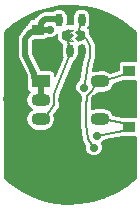
<source format=gtl>
G04 #@! TF.GenerationSoftware,KiCad,Pcbnew,(5.0.0-rc2-dev-596-gcfd2f1d00)*
G04 #@! TF.CreationDate,2018-11-17T14:23:37+02:00*
G04 #@! TF.ProjectId,WS2813_module,5753323831335F6D6F64756C652E6B69,rev?*
G04 #@! TF.SameCoordinates,Original*
G04 #@! TF.FileFunction,Copper,L1,Top,Signal*
G04 #@! TF.FilePolarity,Positive*
%FSLAX45Y45*%
G04 Gerber Fmt 4.5, Leading zero omitted, Abs format (unit mm)*
G04 Created by KiCad (PCBNEW (5.0.0-rc2-dev-596-gcfd2f1d00)) date 11/17/18 14:23:37*
%MOMM*%
%LPD*%
G01*
G04 APERTURE LIST*
%ADD10C,0.100000*%
%ADD11O,1.600000X1.100000*%
%ADD12R,1.600000X1.100000*%
%ADD13C,2.000000*%
%ADD14R,1.000000X0.900000*%
%ADD15R,0.635000X1.100000*%
%ADD16O,0.635000X1.100000*%
%ADD17C,0.600000*%
%ADD18C,0.150000*%
%ADD19C,0.700000*%
%ADD20C,0.500000*%
%ADD21C,0.200000*%
G04 APERTURE END LIST*
D10*
X9995000Y-4470000D02*
X9995000Y-4435000D01*
X9995000Y-4435000D02*
X10010000Y-4450000D01*
X10010000Y-4450000D02*
X10000000Y-4460000D01*
X10000000Y-4460000D02*
X10000000Y-4450000D01*
X10010000Y-4495000D02*
X9995000Y-4495000D01*
X9995000Y-4495000D02*
X9995000Y-4485000D01*
X9995000Y-4485000D02*
X10000000Y-4490000D01*
X10060000Y-4490000D02*
X10050000Y-4475000D01*
X10050000Y-4475000D02*
X10060000Y-4465000D01*
X10060000Y-4465000D02*
X10060000Y-4480000D01*
X10060000Y-4435000D02*
X10050000Y-4425000D01*
X10050000Y-4425000D02*
X10060000Y-4415000D01*
X10060000Y-4415000D02*
X10060000Y-4425000D01*
X9995000Y-4405000D02*
X10005000Y-4405000D01*
X10005000Y-4405000D02*
X9995000Y-4415000D01*
X10020000Y-4400000D02*
X9990000Y-4400000D01*
X9990000Y-4400000D02*
X9990000Y-4500000D01*
X9990000Y-4500000D02*
X10020000Y-4500000D01*
X10065000Y-4400000D02*
X10040000Y-4425000D01*
X10040000Y-4425000D02*
X10065000Y-4450000D01*
X10065000Y-4450000D02*
X10040000Y-4475000D01*
X10040000Y-4475000D02*
X10065000Y-4500000D01*
X10065000Y-4500000D02*
X10065000Y-4400000D01*
X10020000Y-4450000D02*
X9995000Y-4475000D01*
X9995000Y-4475000D02*
X10020000Y-4500000D01*
X10020000Y-4450000D02*
X9995000Y-4425000D01*
X9995000Y-4425000D02*
X10020000Y-4400000D01*
D11*
X9750000Y-5160000D03*
X10250000Y-4840000D03*
X10250000Y-5160000D03*
D12*
X9750000Y-4840000D03*
D11*
X9750000Y-5000000D03*
X10250000Y-5000000D03*
D13*
X10000000Y-5000000D03*
D14*
X9725000Y-4400000D03*
X9725000Y-4550000D03*
D15*
X9905000Y-4580000D03*
D16*
X10000000Y-4580000D03*
X10095000Y-4580000D03*
X10095000Y-4320000D03*
X9905000Y-4320000D03*
D17*
X9960000Y-4450000D03*
D18*
G36*
X9990000Y-4505000D02*
X9930000Y-4480000D01*
X9930000Y-4420000D01*
X9990000Y-4395000D01*
X9990000Y-4505000D01*
X9990000Y-4505000D01*
G37*
D17*
X10095000Y-4450000D03*
D18*
G36*
X10065000Y-4395000D02*
X10125000Y-4420000D01*
X10125000Y-4480000D01*
X10065000Y-4505000D01*
X10065000Y-4395000D01*
X10065000Y-4395000D01*
G37*
D14*
X10500000Y-5075000D03*
X10500000Y-5225000D03*
X10500000Y-4750000D03*
X10500000Y-4900000D03*
D19*
X9467700Y-4991400D03*
X10050000Y-5225000D03*
X9824480Y-5287760D03*
X9500000Y-5675000D03*
X9725000Y-5800000D03*
X10000000Y-5850000D03*
X10275000Y-5800000D03*
X10525000Y-5650000D03*
X10225000Y-4725000D03*
X10375000Y-4325000D03*
X10000000Y-4225000D03*
X9852510Y-4727990D03*
X10524000Y-4988690D03*
X9625000Y-4325000D03*
X9825000Y-4400000D03*
X10225000Y-5300000D03*
X10200000Y-5400000D03*
X10117700Y-4890920D03*
D20*
X9725000Y-5800000D02*
X10000000Y-5850000D01*
X10524000Y-4988690D02*
X10524000Y-4945000D01*
X10524000Y-4945000D02*
X10524000Y-4920000D01*
X10524000Y-4920000D02*
X10500000Y-4900000D01*
X10524000Y-4988690D02*
X10524000Y-5030000D01*
X10524000Y-5030000D02*
X10524000Y-5055000D01*
X10524000Y-5055000D02*
X10500000Y-5075000D01*
X9905000Y-4580000D02*
X9898250Y-4565000D01*
X9898250Y-4565000D02*
X9873250Y-4565000D01*
X9873250Y-4565000D02*
X9775000Y-4565000D01*
X9775000Y-4565000D02*
X9750000Y-4565000D01*
X9750000Y-4565000D02*
X9725000Y-4550000D01*
X9852510Y-4727990D02*
X9750000Y-4605360D01*
X9750000Y-4605360D02*
X9750000Y-4595000D01*
X9750000Y-4595000D02*
X9750000Y-4570000D01*
X9750000Y-4570000D02*
X9725000Y-4550000D01*
X10250000Y-5000000D02*
X10275000Y-5000000D01*
X10275000Y-5000000D02*
X10439640Y-5055000D01*
X10439640Y-5055000D02*
X10450000Y-5055000D01*
X10450000Y-5055000D02*
X10475000Y-5055000D01*
X10475000Y-5055000D02*
X10500000Y-5075000D01*
X9824480Y-5287760D02*
X9500000Y-5675000D01*
X10000000Y-5000000D02*
X9885010Y-5205570D01*
X9885010Y-5205570D02*
X9824480Y-5287760D01*
X10000000Y-5000000D02*
X10027690Y-4853640D01*
X10027690Y-4853640D02*
X10086760Y-4639190D01*
X10086760Y-4639190D02*
X10095000Y-4603250D01*
X10095000Y-4603250D02*
X10095000Y-4580000D01*
X10225000Y-4725000D02*
X10375000Y-4325000D01*
X10275000Y-5800000D02*
X10525000Y-5650000D01*
X9725000Y-4400000D02*
X9700000Y-4420000D01*
X9700000Y-4420000D02*
X9675000Y-4420000D01*
X9675000Y-4420000D02*
X9664640Y-4420000D01*
X9664640Y-4420000D02*
X9650000Y-4434640D01*
X9650000Y-4434640D02*
X9619990Y-4482210D01*
X9619990Y-4482210D02*
X9619990Y-4572210D01*
X9619990Y-4572210D02*
X9619990Y-4617790D01*
X9619990Y-4617790D02*
X9695000Y-4774640D01*
X9695000Y-4774640D02*
X9695000Y-4785000D01*
X9695000Y-4785000D02*
X9695000Y-4810000D01*
X9695000Y-4810000D02*
X9750000Y-4840000D01*
X9750000Y-5000000D02*
X9750000Y-4895000D01*
X9750000Y-4895000D02*
X9750000Y-4870000D01*
X9750000Y-4870000D02*
X9750000Y-4840000D01*
X9725000Y-4400000D02*
X9750000Y-4380000D01*
X9750000Y-4380000D02*
X9750000Y-4355000D01*
X9750000Y-4355000D02*
X9750000Y-4344640D01*
X9750000Y-4344640D02*
X9764640Y-4330000D01*
X9764640Y-4330000D02*
X9787720Y-4309990D01*
X9787720Y-4309990D02*
X9905000Y-4309990D01*
X9905000Y-4309990D02*
X9905000Y-4320000D01*
X9725000Y-4400000D02*
X9750000Y-4400000D01*
X9750000Y-4400000D02*
X9775000Y-4400000D01*
X9775000Y-4400000D02*
X9825000Y-4400000D01*
D21*
X10250000Y-5160000D02*
X10275000Y-5160000D01*
X10275000Y-5160000D02*
X10445860Y-5190000D01*
X10445860Y-5190000D02*
X10450000Y-5190000D01*
X10450000Y-5190000D02*
X10460000Y-5190000D01*
X10460000Y-5190000D02*
X10500000Y-5225000D01*
X10500000Y-5225000D02*
X10460000Y-5260000D01*
X10460000Y-5260000D02*
X10450000Y-5260000D01*
X10450000Y-5260000D02*
X10445860Y-5260000D01*
X10445860Y-5260000D02*
X10225000Y-5300000D01*
X10250000Y-4840000D02*
X10275000Y-4840000D01*
X10275000Y-4840000D02*
X10445860Y-4785000D01*
X10445860Y-4785000D02*
X10450000Y-4785000D01*
X10450000Y-4785000D02*
X10460000Y-4785000D01*
X10460000Y-4785000D02*
X10500000Y-4750000D01*
X10250000Y-4840000D02*
X10225000Y-4840000D01*
X10225000Y-4840000D02*
X10184130Y-4918440D01*
X10184130Y-4918440D02*
X10138570Y-4964200D01*
X10138570Y-4964200D02*
X10135000Y-5054410D01*
X10135000Y-5054410D02*
X10129990Y-5120650D01*
X10129990Y-5120650D02*
X10129990Y-5199350D01*
X10129990Y-5199350D02*
X10149990Y-5331070D01*
X10149990Y-5331070D02*
X10200000Y-5400000D01*
X10095000Y-4450000D02*
X10115000Y-4470000D01*
X10115000Y-4470000D02*
X10125000Y-4470000D01*
X10125000Y-4470000D02*
X10129140Y-4470000D01*
X10129140Y-4470000D02*
X10135000Y-4475860D01*
X10135000Y-4475860D02*
X10166760Y-4542040D01*
X10166760Y-4542040D02*
X10166760Y-4573530D01*
X10166760Y-4573530D02*
X10166760Y-4632970D01*
X10166760Y-4632970D02*
X10149990Y-4693930D01*
X10149990Y-4693930D02*
X10129990Y-4800650D01*
X10129990Y-4800650D02*
X10117700Y-4890920D01*
X10095000Y-4450000D02*
X10070390Y-4408080D01*
X10070390Y-4408080D02*
X10074240Y-4398850D01*
X10074240Y-4398850D02*
X10095000Y-4343250D01*
X10095000Y-4343250D02*
X10095000Y-4320000D01*
X10000000Y-4580000D02*
X10000000Y-4556750D01*
X10000000Y-4556750D02*
X9980760Y-4508830D01*
X9980760Y-4508830D02*
X9980760Y-4501150D01*
X9980760Y-4501150D02*
X9984610Y-4491920D01*
X9984610Y-4491920D02*
X9960000Y-4450000D01*
X10000000Y-4580000D02*
X10000000Y-4603250D01*
X10000000Y-4603250D02*
X9865000Y-4945590D01*
X9865000Y-4945590D02*
X9865000Y-5037280D01*
X9865000Y-5037280D02*
X9775000Y-5160000D01*
X9775000Y-5160000D02*
X9750000Y-5160000D01*
G36*
X10133568Y-4210298D02*
X10239508Y-4235732D01*
X10341014Y-4275308D01*
X10436211Y-4328294D01*
X10523935Y-4394159D01*
X10552500Y-4420703D01*
X10552500Y-4664714D01*
X10550000Y-4664216D01*
X10450000Y-4664216D01*
X10434393Y-4667321D01*
X10421162Y-4676162D01*
X10412321Y-4689393D01*
X10409216Y-4705000D01*
X10409216Y-4744269D01*
X10337347Y-4767404D01*
X10312067Y-4750512D01*
X10284356Y-4745000D01*
X10215644Y-4745000D01*
X10190347Y-4750032D01*
X10198751Y-4705186D01*
X10212825Y-4654027D01*
X10213859Y-4652479D01*
X10215447Y-4644493D01*
X10216275Y-4641484D01*
X10216406Y-4639675D01*
X10216760Y-4637894D01*
X10216760Y-4634772D01*
X10217347Y-4626653D01*
X10216760Y-4624886D01*
X10216760Y-4545585D01*
X10217663Y-4539251D01*
X10215532Y-4530944D01*
X10213859Y-4522531D01*
X10210304Y-4517210D01*
X10182808Y-4459916D01*
X10182099Y-4456351D01*
X10178544Y-4451031D01*
X10177947Y-4449788D01*
X10175813Y-4446943D01*
X10173837Y-4443987D01*
X10172862Y-4443012D01*
X10169022Y-4437894D01*
X10167037Y-4436720D01*
X10165784Y-4434843D01*
X10165784Y-4420000D01*
X10162712Y-4404472D01*
X10153899Y-4391222D01*
X10150682Y-4389063D01*
X10162587Y-4371245D01*
X10166750Y-4350317D01*
X10166750Y-4289684D01*
X10162587Y-4268755D01*
X10146729Y-4245021D01*
X10122995Y-4229163D01*
X10095000Y-4223594D01*
X10067005Y-4229163D01*
X10043271Y-4245021D01*
X10027413Y-4268755D01*
X10023250Y-4289684D01*
X10023250Y-4350317D01*
X10024171Y-4354948D01*
X10020000Y-4354119D01*
X10015568Y-4355000D01*
X9994432Y-4355000D01*
X9990000Y-4354118D01*
X9976255Y-4356852D01*
X9975417Y-4357019D01*
X9976750Y-4350317D01*
X9976750Y-4289684D01*
X9972587Y-4268755D01*
X9956729Y-4245021D01*
X9932995Y-4229163D01*
X9905000Y-4223594D01*
X9877005Y-4229163D01*
X9853318Y-4244990D01*
X9796465Y-4244990D01*
X9792430Y-4243884D01*
X9783646Y-4244990D01*
X9781318Y-4244990D01*
X9777307Y-4245788D01*
X9766774Y-4247114D01*
X9764700Y-4248296D01*
X9762358Y-4248761D01*
X9753531Y-4254660D01*
X9749978Y-4256684D01*
X9748220Y-4258208D01*
X9740858Y-4263128D01*
X9738533Y-4266607D01*
X9725139Y-4278219D01*
X9723205Y-4279511D01*
X9720314Y-4282403D01*
X9717224Y-4285082D01*
X9715797Y-4286920D01*
X9708565Y-4294151D01*
X9703138Y-4297778D01*
X9692154Y-4314216D01*
X9675000Y-4314216D01*
X9659393Y-4317321D01*
X9646162Y-4326162D01*
X9637321Y-4339393D01*
X9634216Y-4355000D01*
X9634216Y-4362154D01*
X9617778Y-4373138D01*
X9614151Y-4378565D01*
X9612555Y-4380161D01*
X9611747Y-4380521D01*
X9603435Y-4389281D01*
X9599511Y-4393205D01*
X9599034Y-4393920D01*
X9598441Y-4394544D01*
X9595478Y-4399241D01*
X9588772Y-4409278D01*
X9588599Y-4410146D01*
X9565471Y-4446807D01*
X9558761Y-4456848D01*
X9557320Y-4464094D01*
X9554673Y-4470991D01*
X9554990Y-4483061D01*
X9554990Y-4565808D01*
X9554990Y-4565808D01*
X9554990Y-4613136D01*
X9553811Y-4621326D01*
X9556577Y-4632172D01*
X9558761Y-4643152D01*
X9563359Y-4650032D01*
X9629216Y-4787744D01*
X9629216Y-4802583D01*
X9629103Y-4802946D01*
X9629216Y-4804204D01*
X9629216Y-4895000D01*
X9632321Y-4910607D01*
X9641162Y-4923838D01*
X9654393Y-4932679D01*
X9655571Y-4932913D01*
X9635512Y-4962933D01*
X9628139Y-5000000D01*
X9635512Y-5037067D01*
X9656509Y-5068491D01*
X9673733Y-5080000D01*
X9656509Y-5091509D01*
X9635512Y-5122933D01*
X9628139Y-5160000D01*
X9635512Y-5197067D01*
X9656509Y-5228491D01*
X9687933Y-5249488D01*
X9715644Y-5255000D01*
X9784356Y-5255000D01*
X9812067Y-5249488D01*
X9843491Y-5228491D01*
X9864488Y-5197067D01*
X9871861Y-5160000D01*
X9864488Y-5122933D01*
X9864346Y-5122720D01*
X9900107Y-5073957D01*
X9901048Y-5073328D01*
X9905966Y-5065968D01*
X9908232Y-5062878D01*
X9908697Y-5061880D01*
X9912099Y-5056789D01*
X9912863Y-5052949D01*
X9914517Y-5049402D01*
X9914785Y-5043285D01*
X9915000Y-5042204D01*
X9915000Y-5038372D01*
X9915387Y-5029530D01*
X9915000Y-5028466D01*
X9915000Y-4955093D01*
X10027018Y-4671031D01*
X10027995Y-4670837D01*
X10051729Y-4654979D01*
X10067587Y-4631245D01*
X10071750Y-4610317D01*
X10071750Y-4549684D01*
X10070766Y-4544735D01*
X10082558Y-4542389D01*
X10084636Y-4541001D01*
X10106441Y-4531915D01*
X10116760Y-4553416D01*
X10116760Y-4568606D01*
X10116760Y-4626218D01*
X10102532Y-4677939D01*
X10101753Y-4679880D01*
X10101229Y-4682673D01*
X10100475Y-4685416D01*
X10100324Y-4687504D01*
X10081521Y-4787836D01*
X10081111Y-4789026D01*
X10080615Y-4792669D01*
X10079939Y-4796280D01*
X10079953Y-4797537D01*
X10075936Y-4827040D01*
X10075216Y-4827338D01*
X10054118Y-4848436D01*
X10042700Y-4876002D01*
X10042700Y-4905838D01*
X10054118Y-4933404D01*
X10075216Y-4954502D01*
X10088442Y-4959981D01*
X10087591Y-4964312D01*
X10088373Y-4968199D01*
X10085075Y-5051535D01*
X10080361Y-5113863D01*
X10079990Y-5115726D01*
X10079990Y-5118763D01*
X10079761Y-5121789D01*
X10079990Y-5123674D01*
X10079990Y-5198208D01*
X10079817Y-5201987D01*
X10079990Y-5203125D01*
X10079990Y-5204274D01*
X10080728Y-5207982D01*
X10100136Y-5335803D01*
X10100411Y-5342938D01*
X10103688Y-5350058D01*
X10106354Y-5357428D01*
X10111166Y-5362702D01*
X10125873Y-5382973D01*
X10125000Y-5385082D01*
X10125000Y-5414918D01*
X10136418Y-5442484D01*
X10157516Y-5463582D01*
X10185082Y-5475000D01*
X10214918Y-5475000D01*
X10242484Y-5463582D01*
X10263582Y-5442484D01*
X10275000Y-5414918D01*
X10275000Y-5385082D01*
X10266298Y-5364073D01*
X10267484Y-5363582D01*
X10288582Y-5342484D01*
X10290009Y-5339040D01*
X10448105Y-5310407D01*
X10450000Y-5310784D01*
X10456301Y-5310784D01*
X10456609Y-5310867D01*
X10457245Y-5310784D01*
X10550000Y-5310784D01*
X10552500Y-5310286D01*
X10552500Y-5653403D01*
X10484234Y-5712955D01*
X10393173Y-5772771D01*
X10294837Y-5819675D01*
X10191046Y-5852799D01*
X10083719Y-5871530D01*
X9974842Y-5875523D01*
X9866432Y-5864702D01*
X9760492Y-5839268D01*
X9658986Y-5799692D01*
X9563789Y-5746706D01*
X9476065Y-5680841D01*
X9447500Y-5654297D01*
X9447500Y-4421597D01*
X9515766Y-4362045D01*
X9606826Y-4302229D01*
X9705163Y-4255325D01*
X9808954Y-4222201D01*
X9916281Y-4203470D01*
X10025158Y-4199477D01*
X10133568Y-4210298D01*
X10133568Y-4210298D01*
G37*
X10133568Y-4210298D02*
X10239508Y-4235732D01*
X10341014Y-4275308D01*
X10436211Y-4328294D01*
X10523935Y-4394159D01*
X10552500Y-4420703D01*
X10552500Y-4664714D01*
X10550000Y-4664216D01*
X10450000Y-4664216D01*
X10434393Y-4667321D01*
X10421162Y-4676162D01*
X10412321Y-4689393D01*
X10409216Y-4705000D01*
X10409216Y-4744269D01*
X10337347Y-4767404D01*
X10312067Y-4750512D01*
X10284356Y-4745000D01*
X10215644Y-4745000D01*
X10190347Y-4750032D01*
X10198751Y-4705186D01*
X10212825Y-4654027D01*
X10213859Y-4652479D01*
X10215447Y-4644493D01*
X10216275Y-4641484D01*
X10216406Y-4639675D01*
X10216760Y-4637894D01*
X10216760Y-4634772D01*
X10217347Y-4626653D01*
X10216760Y-4624886D01*
X10216760Y-4545585D01*
X10217663Y-4539251D01*
X10215532Y-4530944D01*
X10213859Y-4522531D01*
X10210304Y-4517210D01*
X10182808Y-4459916D01*
X10182099Y-4456351D01*
X10178544Y-4451031D01*
X10177947Y-4449788D01*
X10175813Y-4446943D01*
X10173837Y-4443987D01*
X10172862Y-4443012D01*
X10169022Y-4437894D01*
X10167037Y-4436720D01*
X10165784Y-4434843D01*
X10165784Y-4420000D01*
X10162712Y-4404472D01*
X10153899Y-4391222D01*
X10150682Y-4389063D01*
X10162587Y-4371245D01*
X10166750Y-4350317D01*
X10166750Y-4289684D01*
X10162587Y-4268755D01*
X10146729Y-4245021D01*
X10122995Y-4229163D01*
X10095000Y-4223594D01*
X10067005Y-4229163D01*
X10043271Y-4245021D01*
X10027413Y-4268755D01*
X10023250Y-4289684D01*
X10023250Y-4350317D01*
X10024171Y-4354948D01*
X10020000Y-4354119D01*
X10015568Y-4355000D01*
X9994432Y-4355000D01*
X9990000Y-4354118D01*
X9976255Y-4356852D01*
X9975417Y-4357019D01*
X9976750Y-4350317D01*
X9976750Y-4289684D01*
X9972587Y-4268755D01*
X9956729Y-4245021D01*
X9932995Y-4229163D01*
X9905000Y-4223594D01*
X9877005Y-4229163D01*
X9853318Y-4244990D01*
X9796465Y-4244990D01*
X9792430Y-4243884D01*
X9783646Y-4244990D01*
X9781318Y-4244990D01*
X9777307Y-4245788D01*
X9766774Y-4247114D01*
X9764700Y-4248296D01*
X9762358Y-4248761D01*
X9753531Y-4254660D01*
X9749978Y-4256684D01*
X9748220Y-4258208D01*
X9740858Y-4263128D01*
X9738533Y-4266607D01*
X9725139Y-4278219D01*
X9723205Y-4279511D01*
X9720314Y-4282403D01*
X9717224Y-4285082D01*
X9715797Y-4286920D01*
X9708565Y-4294151D01*
X9703138Y-4297778D01*
X9692154Y-4314216D01*
X9675000Y-4314216D01*
X9659393Y-4317321D01*
X9646162Y-4326162D01*
X9637321Y-4339393D01*
X9634216Y-4355000D01*
X9634216Y-4362154D01*
X9617778Y-4373138D01*
X9614151Y-4378565D01*
X9612555Y-4380161D01*
X9611747Y-4380521D01*
X9603435Y-4389281D01*
X9599511Y-4393205D01*
X9599034Y-4393920D01*
X9598441Y-4394544D01*
X9595478Y-4399241D01*
X9588772Y-4409278D01*
X9588599Y-4410146D01*
X9565471Y-4446807D01*
X9558761Y-4456848D01*
X9557320Y-4464094D01*
X9554673Y-4470991D01*
X9554990Y-4483061D01*
X9554990Y-4565808D01*
X9554990Y-4565808D01*
X9554990Y-4613136D01*
X9553811Y-4621326D01*
X9556577Y-4632172D01*
X9558761Y-4643152D01*
X9563359Y-4650032D01*
X9629216Y-4787744D01*
X9629216Y-4802583D01*
X9629103Y-4802946D01*
X9629216Y-4804204D01*
X9629216Y-4895000D01*
X9632321Y-4910607D01*
X9641162Y-4923838D01*
X9654393Y-4932679D01*
X9655571Y-4932913D01*
X9635512Y-4962933D01*
X9628139Y-5000000D01*
X9635512Y-5037067D01*
X9656509Y-5068491D01*
X9673733Y-5080000D01*
X9656509Y-5091509D01*
X9635512Y-5122933D01*
X9628139Y-5160000D01*
X9635512Y-5197067D01*
X9656509Y-5228491D01*
X9687933Y-5249488D01*
X9715644Y-5255000D01*
X9784356Y-5255000D01*
X9812067Y-5249488D01*
X9843491Y-5228491D01*
X9864488Y-5197067D01*
X9871861Y-5160000D01*
X9864488Y-5122933D01*
X9864346Y-5122720D01*
X9900107Y-5073957D01*
X9901048Y-5073328D01*
X9905966Y-5065968D01*
X9908232Y-5062878D01*
X9908697Y-5061880D01*
X9912099Y-5056789D01*
X9912863Y-5052949D01*
X9914517Y-5049402D01*
X9914785Y-5043285D01*
X9915000Y-5042204D01*
X9915000Y-5038372D01*
X9915387Y-5029530D01*
X9915000Y-5028466D01*
X9915000Y-4955093D01*
X10027018Y-4671031D01*
X10027995Y-4670837D01*
X10051729Y-4654979D01*
X10067587Y-4631245D01*
X10071750Y-4610317D01*
X10071750Y-4549684D01*
X10070766Y-4544735D01*
X10082558Y-4542389D01*
X10084636Y-4541001D01*
X10106441Y-4531915D01*
X10116760Y-4553416D01*
X10116760Y-4568606D01*
X10116760Y-4626218D01*
X10102532Y-4677939D01*
X10101753Y-4679880D01*
X10101229Y-4682673D01*
X10100475Y-4685416D01*
X10100324Y-4687504D01*
X10081521Y-4787836D01*
X10081111Y-4789026D01*
X10080615Y-4792669D01*
X10079939Y-4796280D01*
X10079953Y-4797537D01*
X10075936Y-4827040D01*
X10075216Y-4827338D01*
X10054118Y-4848436D01*
X10042700Y-4876002D01*
X10042700Y-4905838D01*
X10054118Y-4933404D01*
X10075216Y-4954502D01*
X10088442Y-4959981D01*
X10087591Y-4964312D01*
X10088373Y-4968199D01*
X10085075Y-5051535D01*
X10080361Y-5113863D01*
X10079990Y-5115726D01*
X10079990Y-5118763D01*
X10079761Y-5121789D01*
X10079990Y-5123674D01*
X10079990Y-5198208D01*
X10079817Y-5201987D01*
X10079990Y-5203125D01*
X10079990Y-5204274D01*
X10080728Y-5207982D01*
X10100136Y-5335803D01*
X10100411Y-5342938D01*
X10103688Y-5350058D01*
X10106354Y-5357428D01*
X10111166Y-5362702D01*
X10125873Y-5382973D01*
X10125000Y-5385082D01*
X10125000Y-5414918D01*
X10136418Y-5442484D01*
X10157516Y-5463582D01*
X10185082Y-5475000D01*
X10214918Y-5475000D01*
X10242484Y-5463582D01*
X10263582Y-5442484D01*
X10275000Y-5414918D01*
X10275000Y-5385082D01*
X10266298Y-5364073D01*
X10267484Y-5363582D01*
X10288582Y-5342484D01*
X10290009Y-5339040D01*
X10448105Y-5310407D01*
X10450000Y-5310784D01*
X10456301Y-5310784D01*
X10456609Y-5310867D01*
X10457245Y-5310784D01*
X10550000Y-5310784D01*
X10552500Y-5310286D01*
X10552500Y-5653403D01*
X10484234Y-5712955D01*
X10393173Y-5772771D01*
X10294837Y-5819675D01*
X10191046Y-5852799D01*
X10083719Y-5871530D01*
X9974842Y-5875523D01*
X9866432Y-5864702D01*
X9760492Y-5839268D01*
X9658986Y-5799692D01*
X9563789Y-5746706D01*
X9476065Y-5680841D01*
X9447500Y-5654297D01*
X9447500Y-4421597D01*
X9515766Y-4362045D01*
X9606826Y-4302229D01*
X9705163Y-4255325D01*
X9808954Y-4222201D01*
X9916281Y-4203470D01*
X10025158Y-4199477D01*
X10133568Y-4210298D01*
G36*
X10552500Y-5139714D02*
X10550000Y-5139216D01*
X10457245Y-5139216D01*
X10456609Y-5139133D01*
X10456301Y-5139216D01*
X10450000Y-5139216D01*
X10448009Y-5139613D01*
X10364903Y-5125021D01*
X10364488Y-5122933D01*
X10343491Y-5091509D01*
X10312067Y-5070512D01*
X10284356Y-5065000D01*
X10215644Y-5065000D01*
X10187933Y-5070512D01*
X10183712Y-5073333D01*
X10184554Y-5062188D01*
X10184766Y-5061308D01*
X10184925Y-5057285D01*
X10185229Y-5053271D01*
X10185120Y-5052372D01*
X10187760Y-4985660D01*
X10214481Y-4958822D01*
X10216885Y-4957505D01*
X10221442Y-4951830D01*
X10223037Y-4950228D01*
X10224520Y-4947998D01*
X10226197Y-4945911D01*
X10227240Y-4943908D01*
X10231271Y-4937846D01*
X10231800Y-4935156D01*
X10231882Y-4935000D01*
X10284356Y-4935000D01*
X10312067Y-4929488D01*
X10343491Y-4908491D01*
X10364488Y-4877067D01*
X10367324Y-4862807D01*
X10451275Y-4835784D01*
X10456301Y-4835784D01*
X10456609Y-4835867D01*
X10457245Y-4835784D01*
X10550000Y-4835784D01*
X10552500Y-4835286D01*
X10552500Y-5139714D01*
X10552500Y-5139714D01*
G37*
X10552500Y-5139714D02*
X10550000Y-5139216D01*
X10457245Y-5139216D01*
X10456609Y-5139133D01*
X10456301Y-5139216D01*
X10450000Y-5139216D01*
X10448009Y-5139613D01*
X10364903Y-5125021D01*
X10364488Y-5122933D01*
X10343491Y-5091509D01*
X10312067Y-5070512D01*
X10284356Y-5065000D01*
X10215644Y-5065000D01*
X10187933Y-5070512D01*
X10183712Y-5073333D01*
X10184554Y-5062188D01*
X10184766Y-5061308D01*
X10184925Y-5057285D01*
X10185229Y-5053271D01*
X10185120Y-5052372D01*
X10187760Y-4985660D01*
X10214481Y-4958822D01*
X10216885Y-4957505D01*
X10221442Y-4951830D01*
X10223037Y-4950228D01*
X10224520Y-4947998D01*
X10226197Y-4945911D01*
X10227240Y-4943908D01*
X10231271Y-4937846D01*
X10231800Y-4935156D01*
X10231882Y-4935000D01*
X10284356Y-4935000D01*
X10312067Y-4929488D01*
X10343491Y-4908491D01*
X10364488Y-4877067D01*
X10367324Y-4862807D01*
X10451275Y-4835784D01*
X10456301Y-4835784D01*
X10456609Y-4835867D01*
X10457245Y-4835784D01*
X10550000Y-4835784D01*
X10552500Y-4835286D01*
X10552500Y-5139714D01*
G36*
X9889216Y-4480000D02*
X9892288Y-4495528D01*
X9901101Y-4508778D01*
X9914314Y-4517646D01*
X9933090Y-4525470D01*
X9933439Y-4527220D01*
X9932413Y-4528755D01*
X9928250Y-4549684D01*
X9928250Y-4610317D01*
X9932413Y-4631245D01*
X9934174Y-4633881D01*
X9870784Y-4794629D01*
X9870784Y-4785000D01*
X9867679Y-4769393D01*
X9858838Y-4756162D01*
X9845607Y-4747321D01*
X9830000Y-4744216D01*
X9752846Y-4744216D01*
X9751632Y-4742398D01*
X9684990Y-4603047D01*
X9684990Y-4501000D01*
X9694589Y-4485784D01*
X9775000Y-4485784D01*
X9790607Y-4482679D01*
X9803838Y-4473838D01*
X9804584Y-4472723D01*
X9810082Y-4475000D01*
X9839918Y-4475000D01*
X9867484Y-4463582D01*
X9888582Y-4442484D01*
X9889216Y-4440952D01*
X9889216Y-4480000D01*
X9889216Y-4480000D01*
G37*
X9889216Y-4480000D02*
X9892288Y-4495528D01*
X9901101Y-4508778D01*
X9914314Y-4517646D01*
X9933090Y-4525470D01*
X9933439Y-4527220D01*
X9932413Y-4528755D01*
X9928250Y-4549684D01*
X9928250Y-4610317D01*
X9932413Y-4631245D01*
X9934174Y-4633881D01*
X9870784Y-4794629D01*
X9870784Y-4785000D01*
X9867679Y-4769393D01*
X9858838Y-4756162D01*
X9845607Y-4747321D01*
X9830000Y-4744216D01*
X9752846Y-4744216D01*
X9751632Y-4742398D01*
X9684990Y-4603047D01*
X9684990Y-4501000D01*
X9694589Y-4485784D01*
X9775000Y-4485784D01*
X9790607Y-4482679D01*
X9803838Y-4473838D01*
X9804584Y-4472723D01*
X9810082Y-4475000D01*
X9839918Y-4475000D01*
X9867484Y-4463582D01*
X9888582Y-4442484D01*
X9889216Y-4440952D01*
X9889216Y-4480000D01*
M02*

</source>
